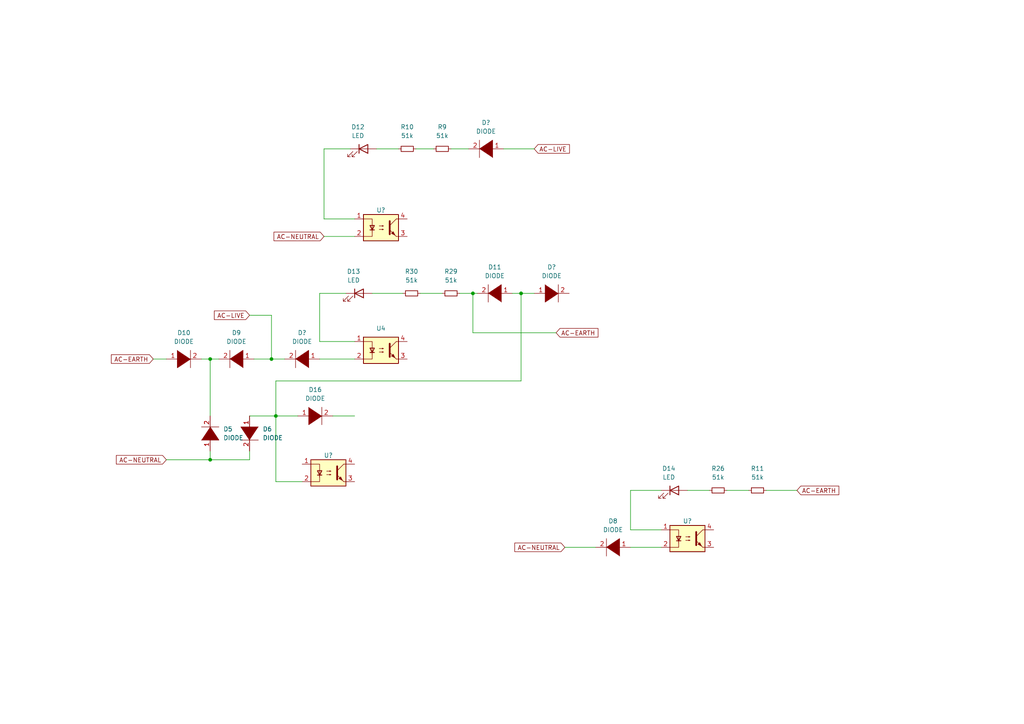
<source format=kicad_sch>
(kicad_sch (version 20211123) (generator eeschema)
  (paper "A4")
  (title_block (date "2022-05-15"))
  (lib_symbols
    (symbol "Device:LED" (pin_numbers hide) (pin_names (offset 1.016) hide)
      (property "Reference" "D" (at 0 2.54 0))
      (property "Value" "LED" (at 0 -2.54 0))
      (symbol "LED_0_1"
        (polyline (pts (xy -1.27 -1.27) (xy -1.27 1.27)) (stroke (width 0.254)))
        (polyline (pts (xy -1.27 0) (xy 1.27 0)))
        (polyline (pts (xy 1.27 -1.27) (xy 1.27 1.27) (xy -1.27 0) (xy 1.27 -1.27)) (stroke (width 0.254)))
        (polyline (pts (xy -3.048 -0.762) (xy -4.572 -2.286) (xy -3.81 -2.286) (xy -4.572 -2.286) (xy -4.572 -1.524)))
        (polyline (pts (xy -1.778 -0.762) (xy -3.302 -2.286) (xy -2.54 -2.286) (xy -3.302 -2.286) (xy -3.302 -1.524)))
      )
      (symbol "LED_1_1"
        (pin passive line (at -3.81 0 0) (length 2.54) (name "K") (number "1"))
        (pin passive line (at 3.81 0 180) (length 2.54) (name "A") (number "2"))
      )
    )
    (symbol "Device:R_Small" (pin_numbers hide) (pin_names (offset 0.254) hide)
      (property "Reference" "R" (at 0.762 0.508 0))
      (property "Value" "R_Small" (at 0.762 -1.016 0))
      (symbol "R_Small_0_1"
        (rectangle (start -0.762 1.778) (end 0.762 -1.778) (stroke (width 0.2032)))
      )
      (symbol "R_Small_1_1"
        (pin passive line (at 0 2.54 270) (length 0.762) (name "~") (number "1"))
        (pin passive line (at 0 -2.54 90) (length 0.762) (name "~") (number "2"))
      )
    )
    (symbol "Isolator:SFH617A-1" (pin_names (offset 1.016))
      (property "Reference" "U" (at -5.08 5.08 0))
      (property "Value" "SFH617A-1" (at 0 5.08 0))
      (symbol "SFH617A-1_0_1"
        (rectangle (start -5.08 3.81) (end 5.08 -3.81) (stroke (width 0.254)) (fill (type background)))
        (polyline (pts (xy -3.175 -0.635) (xy -1.905 -0.635)) (stroke (width 0.254)))
        (polyline (pts (xy 2.54 0.635) (xy 4.445 2.54)))
        (polyline (pts (xy 4.445 -2.54) (xy 2.54 -0.635)) (fill (type outline)))
        (polyline (pts (xy 4.445 -2.54) (xy 5.08 -2.54)))
        (polyline (pts (xy 4.445 2.54) (xy 5.08 2.54)))
        (polyline (pts (xy -2.54 -0.635) (xy -2.54 -2.54) (xy -5.08 -2.54)))
        (polyline (pts (xy 2.54 1.905) (xy 2.54 -1.905) (xy 2.54 -1.905)) (stroke (width 0.508)))
        (polyline (pts (xy -5.08 2.54) (xy -2.54 2.54) (xy -2.54 -1.27) (xy -2.54 0.635)))
        (polyline (pts (xy -2.54 -0.635) (xy -3.175 0.635) (xy -1.905 0.635) (xy -2.54 -0.635)) (stroke (width 0.254)))
        (polyline (pts (xy -0.508 -0.508) (xy 0.762 -0.508) (xy 0.381 -0.635) (xy 0.381 -0.381) (xy 0.762 -0.508)))
        (polyline (pts (xy -0.508 0.508) (xy 0.762 0.508) (xy 0.381 0.381) (xy 0.381 0.635) (xy 0.762 0.508)))
        (polyline (pts (xy 3.048 -1.651) (xy 3.556 -1.143) (xy 4.064 -2.159) (xy 3.048 -1.651) (xy 3.048 -1.651)) (fill (type outline)))
      )
      (symbol "SFH617A-1_1_1"
        (pin passive line (at -7.62 2.54 0) (length 2.54) (name "~") (number "1"))
        (pin passive line (at -7.62 -2.54 0) (length 2.54) (name "~") (number "2"))
        (pin passive line (at 7.62 -2.54 180) (length 2.54) (name "~") (number "3"))
        (pin passive line (at 7.62 2.54 180) (length 2.54) (name "~") (number "4"))
      )
    )
    (symbol "pspice:DIODE" (pin_names (offset 1.016) hide)
      (property "Reference" "D" (at 0 3.81 0))
      (property "Value" "DIODE" (at 0 -4.445 0))
      (symbol "DIODE_0_1"
        (polyline (pts (xy 1.905 2.54) (xy 1.905 -2.54)))
        (polyline (pts (xy -1.905 2.54) (xy -1.905 -2.54) (xy 1.905 0)) (fill (type outline)))
      )
      (symbol "DIODE_1_1"
        (pin input line (at -5.08 0 0) (length 3.81) (name "K") (number "1"))
        (pin input line (at 5.08 0 180) (length 3.81) (name "A") (number "2"))
      )
    )
  )
  (junction (at 60.96 104.14))
  (junction (at 151.13 85.09))
  (junction (at 80.01 120.65))
  (junction (at 60.96 133.35))
  (junction (at 137.16 85.09))
  (junction (at 78.74 104.14))
  (wire (pts (xy 151.13 85.09) (xy 154.94 85.09)))
  (wire (pts (xy 72.39 130.81) (xy 72.39 133.35)))
  (wire (pts (xy 80.01 120.65) (xy 86.36 120.65)))
  (wire (pts (xy 93.98 63.5) (xy 102.87 63.5)))
  (wire (pts (xy 92.71 104.14) (xy 102.87 104.14)))
  (wire (pts (xy 96.52 120.65) (xy 102.87 120.65)))
  (wire (pts (xy 44.45 104.14) (xy 48.26 104.14)))
  (wire (pts (xy 217.17 142.24) (xy 210.82 142.24)))
  (wire (pts (xy 60.96 133.35) (xy 60.96 130.81)))
  (wire (pts (xy 60.96 104.14) (xy 63.5 104.14)))
  (wire (pts (xy 78.74 104.14) (xy 78.74 91.44)))
  (wire (pts (xy 137.16 96.52) (xy 161.29 96.52)))
  (wire (pts (xy 101.6 43.18) (xy 93.98 43.18)))
  (wire (pts (xy 78.74 104.14) (xy 82.55 104.14)))
  (wire (pts (xy 48.26 133.35) (xy 60.96 133.35)))
  (wire (pts (xy 92.71 99.06) (xy 102.87 99.06)))
  (wire (pts (xy 80.01 110.49) (xy 151.13 110.49)))
  (wire (pts (xy 80.01 120.65) (xy 80.01 139.7)))
  (wire (pts (xy 80.01 139.7) (xy 87.63 139.7)))
  (wire (pts (xy 93.98 68.58) (xy 102.87 68.58)))
  (wire (pts (xy 191.77 142.24) (xy 182.88 142.24)))
  (wire (pts (xy 148.59 85.09) (xy 151.13 85.09)))
  (wire (pts (xy 58.42 104.14) (xy 60.96 104.14)))
  (wire (pts (xy 182.88 158.75) (xy 191.77 158.75)))
  (wire (pts (xy 133.35 85.09) (xy 137.16 85.09)))
  (wire (pts (xy 72.39 120.65) (xy 80.01 120.65)))
  (wire (pts (xy 60.96 104.14) (xy 60.96 120.65)))
  (wire (pts (xy 182.88 142.24) (xy 182.88 153.67)))
  (wire (pts (xy 231.14 142.24) (xy 222.25 142.24)))
  (wire (pts (xy 137.16 85.09) (xy 138.43 85.09)))
  (wire (pts (xy 151.13 110.49) (xy 151.13 85.09)))
  (wire (pts (xy 146.05 43.18) (xy 154.94 43.18)))
  (wire (pts (xy 73.66 104.14) (xy 78.74 104.14)))
  (wire (pts (xy 182.88 153.67) (xy 191.77 153.67)))
  (wire (pts (xy 137.16 85.09) (xy 137.16 96.52)))
  (wire (pts (xy 120.65 43.18) (xy 125.73 43.18)))
  (wire (pts (xy 92.71 85.09) (xy 92.71 99.06)))
  (wire (pts (xy 93.98 43.18) (xy 93.98 63.5)))
  (wire (pts (xy 107.95 85.09) (xy 116.84 85.09)))
  (wire (pts (xy 100.33 85.09) (xy 92.71 85.09)))
  (wire (pts (xy 78.74 91.44) (xy 72.39 91.44)))
  (wire (pts (xy 80.01 120.65) (xy 80.01 110.49)))
  (wire (pts (xy 109.22 43.18) (xy 115.57 43.18)))
  (wire (pts (xy 60.96 133.35) (xy 72.39 133.35)))
  (wire (pts (xy 205.74 142.24) (xy 199.39 142.24)))
  (wire (pts (xy 163.83 158.75) (xy 172.72 158.75)))
  (wire (pts (xy 121.92 85.09) (xy 128.27 85.09)))
  (wire (pts (xy 130.81 43.18) (xy 135.89 43.18)))
  (global_label "AC-EARTH" (shape input) (at 161.29 96.52 0) (property "Intersheet References" "${INTERSHEET_REFS}" (effects hide)))
  (global_label "AC-NEUTRAL" (shape input) (at 93.98 68.58 180) (property "Intersheet References" "${INTERSHEET_REFS}" (effects hide)))
  (global_label "AC-EARTH" (shape input) (at 231.14 142.24 0) (property "Intersheet References" "${INTERSHEET_REFS}" (effects hide)))
  (global_label "AC-EARTH" (shape input) (at 44.45 104.14 180) (property "Intersheet References" "${INTERSHEET_REFS}" (effects hide)))
  (global_label "AC-NEUTRAL" (shape input) (at 48.26 133.35 180) (property "Intersheet References" "${INTERSHEET_REFS}" (effects hide)))
  (global_label "AC-LIVE" (shape input) (at 72.39 91.44 180) (property "Intersheet References" "${INTERSHEET_REFS}" (effects hide)))
  (global_label "AC-LIVE" (shape input) (at 154.94 43.18 0) (property "Intersheet References" "${INTERSHEET_REFS}" (effects hide)))
  (global_label "AC-NEUTRAL" (shape input) (at 163.83 158.75 180) (property "Intersheet References" "${INTERSHEET_REFS}" (effects hide)))
  (symbol (lib_id "Device:LED") (at 105.41 43.18 0) (unit 1)
    (property "Reference" "D12" (at 103.8225 36.83 0))
    (property "Value" "LED" (at 103.8225 39.37 0))
  )
  (symbol (lib_id "Device:R_Small") (at 130.81 85.09 90) (unit 1)
    (property "Reference" "R29" (at 130.81 78.74 90))
    (property "Value" "51k" (at 130.81 81.28 90))
  )
  (symbol (lib_id "pspice:DIODE") (at 160.02 85.09 0) (unit 1)
    (property "Reference" "D?" (at 160.02 77.47 0))
    (property "Value" "DIODE" (at 160.02 80.01 0))
  )
  (symbol (lib_id "pspice:DIODE") (at 140.97 43.18 180) (unit 1)
    (property "Reference" "D?" (at 140.97 35.56 0))
    (property "Value" "DIODE" (at 140.97 38.1 0))
  )
  (symbol (lib_id "pspice:DIODE") (at 177.8 158.75 180) (unit 1)
    (property "Reference" "D8" (at 177.8 151.13 0))
    (property "Value" "DIODE" (at 177.8 153.67 0))
  )
  (symbol (lib_id "pspice:DIODE") (at 53.34 104.14 0) (unit 1)
    (property "Reference" "D10" (at 53.34 96.52 0))
    (property "Value" "DIODE" (at 53.34 99.06 0))
  )
  (symbol (lib_id "pspice:DIODE") (at 72.39 125.73 270) (unit 1)
    (property "Reference" "D6" (at 76.2 124.4599 90) (effects (justify left)))
    (property "Value" "DIODE" (at 76.2 126.9999 90) (effects (justify left)))
  )
  (symbol (lib_id "pspice:DIODE") (at 60.96 125.73 90) (unit 1)
    (property "Reference" "D5" (at 64.77 124.4599 90) (effects (justify right)))
    (property "Value" "DIODE" (at 64.77 126.9999 90) (effects (justify right)))
  )
  (symbol (lib_id "Device:LED") (at 195.58 142.24 0) (unit 1)
    (property "Reference" "D14" (at 193.9925 135.89 0))
    (property "Value" "LED" (at 193.9925 138.43 0))
  )
  (symbol (lib_id "Device:R_Small") (at 219.71 142.24 90) (unit 1)
    (property "Reference" "R11" (at 219.71 135.89 90))
    (property "Value" "51k" (at 219.71 138.43 90))
  )
  (symbol (lib_id "Device:R_Small") (at 208.28 142.24 90) (unit 1)
    (property "Reference" "R26" (at 208.28 135.89 90))
    (property "Value" "51k" (at 208.28 138.43 90))
  )
  (symbol (lib_id "Isolator:SFH617A-1") (at 110.49 66.04 0) (unit 1)
    (property "Reference" "U?" (at 110.49 60.96 0))
    (property "Value" "SFH617A-1" (effects hide))
    (property "Footprint" "Package_DIP:DIP-4_W7.62mm" (effects hide))
    (property "Datasheet" "http://www.vishay.com/docs/83740/sfh617a.pdf" (effects hide))
  )
  (symbol (lib_id "Device:R_Small") (at 128.27 43.18 90) (unit 1)
    (property "Reference" "R9" (at 128.27 36.83 90))
    (property "Value" "51k" (at 128.27 39.37 90))
  )
  (symbol (lib_id "Isolator:SFH617A-1") (at 95.25 137.16 0) (unit 1)
    (property "Reference" "U?" (at 95.25 132.08 0))
    (property "Value" "SFH617A-1" (effects hide))
    (property "Footprint" "Package_DIP:DIP-4_W7.62mm" (effects hide))
    (property "Datasheet" "http://www.vishay.com/docs/83740/sfh617a.pdf" (effects hide))
  )
  (symbol (lib_id "Device:R_Small") (at 118.11 43.18 90) (unit 1)
    (property "Reference" "R10" (at 118.11 36.83 90))
    (property "Value" "51k" (at 118.11 39.37 90))
  )
  (symbol (lib_id "pspice:DIODE") (at 68.58 104.14 180) (unit 1)
    (property "Reference" "D9" (at 68.58 96.52 0))
    (property "Value" "DIODE" (at 68.58 99.06 0))
  )
  (symbol (lib_id "pspice:DIODE") (at 87.63 104.14 180) (unit 1)
    (property "Reference" "D?" (at 87.63 96.52 0))
    (property "Value" "DIODE" (at 87.63 99.06 0))
  )
  (symbol (lib_id "Device:R_Small") (at 119.38 85.09 90) (unit 1)
    (property "Reference" "R30" (at 119.38 78.74 90))
    (property "Value" "51k" (at 119.38 81.28 90))
  )
  (symbol (lib_id "Isolator:SFH617A-1") (at 110.49 101.6 0) (unit 1)
    (property "Reference" "U4" (at 110.49 95.25 0))
    (property "Value" "SFH617A-1" (effects hide))
    (property "Footprint" "Package_DIP:DIP-4_W7.62mm" (effects hide))
    (property "Datasheet" "http://www.vishay.com/docs/83740/sfh617a.pdf" (effects hide))
  )
  (symbol (lib_id "Isolator:SFH617A-1") (at 199.39 156.21 0) (unit 1)
    (property "Reference" "U?" (at 199.39 151.13 0))
    (property "Value" "SFH617A-1" (effects hide))
    (property "Footprint" "Package_DIP:DIP-4_W7.62mm" (effects hide))
    (property "Datasheet" "http://www.vishay.com/docs/83740/sfh617a.pdf" (effects hide))
  )
  (symbol (lib_id "pspice:DIODE") (at 143.51 85.09 180) (unit 1)
    (property "Reference" "D11" (at 143.51 77.47 0))
    (property "Value" "DIODE" (at 143.51 80.01 0))
  )
  (symbol (lib_id "pspice:DIODE") (at 91.44 120.65 0) (unit 1)
    (property "Reference" "D16" (at 91.44 113.03 0))
    (property "Value" "DIODE" (at 91.44 115.57 0))
  )
  (symbol (lib_id "Device:LED") (at 104.14 85.09 0) (unit 1)
    (property "Reference" "D13" (at 102.5525 78.74 0))
    (property "Value" "LED" (at 102.5525 81.28 0))
  )
)
</source>
